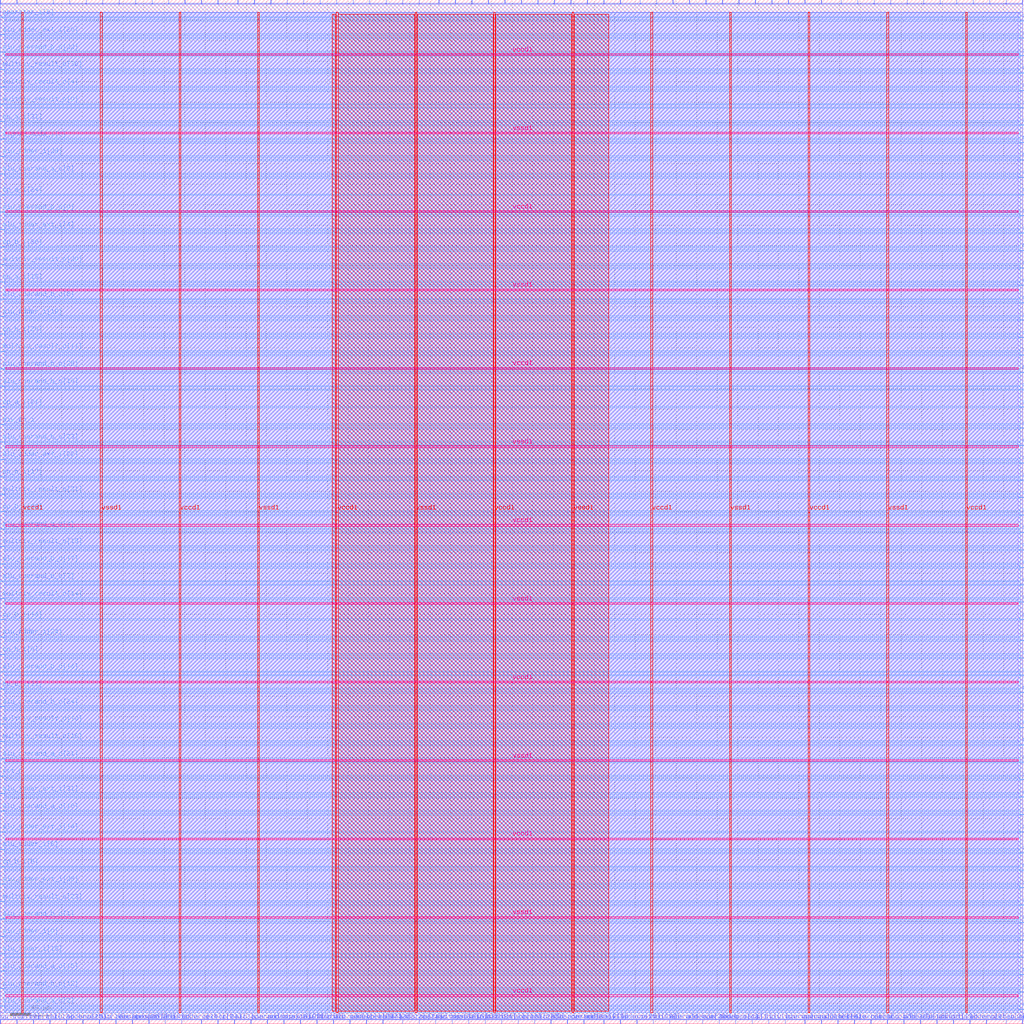
<source format=lef>
VERSION 5.7 ;
  NOWIREEXTENSIONATPIN ON ;
  DIVIDERCHAR "/" ;
  BUSBITCHARS "[]" ;
MACRO zeroriscy_multdiv_fast
  CLASS BLOCK ;
  FOREIGN zeroriscy_multdiv_fast ;
  ORIGIN 0.000 0.000 ;
  SIZE 1000.000 BY 1000.000 ;
  PIN alu_adder_ext_i[0]
    DIRECTION INPUT ;
    USE SIGNAL ;
    PORT
      LAYER met2 ;
        RECT 801.870 0.000 802.150 4.000 ;
    END
  END alu_adder_ext_i[0]
  PIN alu_adder_ext_i[10]
    DIRECTION INPUT ;
    USE SIGNAL ;
    PORT
      LAYER met2 ;
        RECT 244.810 0.000 245.090 4.000 ;
    END
  END alu_adder_ext_i[10]
  PIN alu_adder_ext_i[11]
    DIRECTION INPUT ;
    USE SIGNAL ;
    PORT
      LAYER met3 ;
        RECT 996.000 911.240 1000.000 911.840 ;
    END
  END alu_adder_ext_i[11]
  PIN alu_adder_ext_i[12]
    DIRECTION INPUT ;
    USE SIGNAL ;
    PORT
      LAYER met3 ;
        RECT 996.000 357.040 1000.000 357.640 ;
    END
  END alu_adder_ext_i[12]
  PIN alu_adder_ext_i[13]
    DIRECTION INPUT ;
    USE SIGNAL ;
    PORT
      LAYER met2 ;
        RECT 325.310 0.000 325.590 4.000 ;
    END
  END alu_adder_ext_i[13]
  PIN alu_adder_ext_i[14]
    DIRECTION INPUT ;
    USE SIGNAL ;
    PORT
      LAYER met3 ;
        RECT 0.000 187.040 4.000 187.640 ;
    END
  END alu_adder_ext_i[14]
  PIN alu_adder_ext_i[15]
    DIRECTION INPUT ;
    USE SIGNAL ;
    PORT
      LAYER met2 ;
        RECT 673.070 996.000 673.350 1000.000 ;
    END
  END alu_adder_ext_i[15]
  PIN alu_adder_ext_i[16]
    DIRECTION INPUT ;
    USE SIGNAL ;
    PORT
      LAYER met2 ;
        RECT 344.630 996.000 344.910 1000.000 ;
    END
  END alu_adder_ext_i[16]
  PIN alu_adder_ext_i[17]
    DIRECTION INPUT ;
    USE SIGNAL ;
    PORT
      LAYER met2 ;
        RECT 853.390 996.000 853.670 1000.000 ;
    END
  END alu_adder_ext_i[17]
  PIN alu_adder_ext_i[18]
    DIRECTION INPUT ;
    USE SIGNAL ;
    PORT
      LAYER met2 ;
        RECT 0.090 996.000 0.370 1000.000 ;
    END
  END alu_adder_ext_i[18]
  PIN alu_adder_ext_i[19]
    DIRECTION INPUT ;
    USE SIGNAL ;
    PORT
      LAYER met2 ;
        RECT 48.390 0.000 48.670 4.000 ;
    END
  END alu_adder_ext_i[19]
  PIN alu_adder_ext_i[1]
    DIRECTION INPUT ;
    USE SIGNAL ;
    PORT
      LAYER met3 ;
        RECT 996.000 306.040 1000.000 306.640 ;
    END
  END alu_adder_ext_i[1]
  PIN alu_adder_ext_i[20]
    DIRECTION INPUT ;
    USE SIGNAL ;
    PORT
      LAYER met3 ;
        RECT 0.000 965.640 4.000 966.240 ;
    END
  END alu_adder_ext_i[20]
  PIN alu_adder_ext_i[21]
    DIRECTION INPUT ;
    USE SIGNAL ;
    PORT
      LAYER met2 ;
        RECT 212.610 996.000 212.890 1000.000 ;
    END
  END alu_adder_ext_i[21]
  PIN alu_adder_ext_i[22]
    DIRECTION INPUT ;
    USE SIGNAL ;
    PORT
      LAYER met3 ;
        RECT 0.000 550.840 4.000 551.440 ;
    END
  END alu_adder_ext_i[22]
  PIN alu_adder_ext_i[23]
    DIRECTION INPUT ;
    USE SIGNAL ;
    PORT
      LAYER met2 ;
        RECT 180.410 996.000 180.690 1000.000 ;
    END
  END alu_adder_ext_i[23]
  PIN alu_adder_ext_i[24]
    DIRECTION INPUT ;
    USE SIGNAL ;
    PORT
      LAYER met3 ;
        RECT 996.000 513.440 1000.000 514.040 ;
    END
  END alu_adder_ext_i[24]
  PIN alu_adder_ext_i[25]
    DIRECTION INPUT ;
    USE SIGNAL ;
    PORT
      LAYER met3 ;
        RECT 996.000 826.240 1000.000 826.840 ;
    END
  END alu_adder_ext_i[25]
  PIN alu_adder_ext_i[26]
    DIRECTION INPUT ;
    USE SIGNAL ;
    PORT
      LAYER met3 ;
        RECT 0.000 136.040 4.000 136.640 ;
    END
  END alu_adder_ext_i[26]
  PIN alu_adder_ext_i[27]
    DIRECTION INPUT ;
    USE SIGNAL ;
    PORT
      LAYER met2 ;
        RECT 296.330 996.000 296.610 1000.000 ;
    END
  END alu_adder_ext_i[27]
  PIN alu_adder_ext_i[28]
    DIRECTION INPUT ;
    USE SIGNAL ;
    PORT
      LAYER met2 ;
        RECT 392.930 996.000 393.210 1000.000 ;
    END
  END alu_adder_ext_i[28]
  PIN alu_adder_ext_i[29]
    DIRECTION INPUT ;
    USE SIGNAL ;
    PORT
      LAYER met2 ;
        RECT 821.190 996.000 821.470 1000.000 ;
    END
  END alu_adder_ext_i[29]
  PIN alu_adder_ext_i[2]
    DIRECTION INPUT ;
    USE SIGNAL ;
    PORT
      LAYER met2 ;
        RECT 492.750 996.000 493.030 1000.000 ;
    END
  END alu_adder_ext_i[2]
  PIN alu_adder_ext_i[30]
    DIRECTION INPUT ;
    USE SIGNAL ;
    PORT
      LAYER met2 ;
        RECT 521.730 0.000 522.010 4.000 ;
    END
  END alu_adder_ext_i[30]
  PIN alu_adder_ext_i[31]
    DIRECTION INPUT ;
    USE SIGNAL ;
    PORT
      LAYER met3 ;
        RECT 0.000 224.440 4.000 225.040 ;
    END
  END alu_adder_ext_i[31]
  PIN alu_adder_ext_i[32]
    DIRECTION INPUT ;
    USE SIGNAL ;
    PORT
      LAYER met2 ;
        RECT 589.350 0.000 589.630 4.000 ;
    END
  END alu_adder_ext_i[32]
  PIN alu_adder_ext_i[33]
    DIRECTION INPUT ;
    USE SIGNAL ;
    PORT
      LAYER met3 ;
        RECT 996.000 411.440 1000.000 412.040 ;
    END
  END alu_adder_ext_i[33]
  PIN alu_adder_ext_i[3]
    DIRECTION INPUT ;
    USE SIGNAL ;
    PORT
      LAYER met2 ;
        RECT 930.670 0.000 930.950 4.000 ;
    END
  END alu_adder_ext_i[3]
  PIN alu_adder_ext_i[4]
    DIRECTION INPUT ;
    USE SIGNAL ;
    PORT
      LAYER met3 ;
        RECT 0.000 775.240 4.000 775.840 ;
    END
  END alu_adder_ext_i[4]
  PIN alu_adder_ext_i[5]
    DIRECTION INPUT ;
    USE SIGNAL ;
    PORT
      LAYER met3 ;
        RECT 996.000 894.240 1000.000 894.840 ;
    END
  END alu_adder_ext_i[5]
  PIN alu_adder_ext_i[6]
    DIRECTION INPUT ;
    USE SIGNAL ;
    PORT
      LAYER met3 ;
        RECT 996.000 132.640 1000.000 133.240 ;
    END
  END alu_adder_ext_i[6]
  PIN alu_adder_ext_i[7]
    DIRECTION INPUT ;
    USE SIGNAL ;
    PORT
      LAYER met2 ;
        RECT 753.570 996.000 753.850 1000.000 ;
    END
  END alu_adder_ext_i[7]
  PIN alu_adder_ext_i[8]
    DIRECTION INPUT ;
    USE SIGNAL ;
    PORT
      LAYER met3 ;
        RECT 996.000 462.440 1000.000 463.040 ;
    END
  END alu_adder_ext_i[8]
  PIN alu_adder_ext_i[9]
    DIRECTION INPUT ;
    USE SIGNAL ;
    PORT
      LAYER met2 ;
        RECT 161.090 0.000 161.370 4.000 ;
    END
  END alu_adder_ext_i[9]
  PIN alu_adder_i[0]
    DIRECTION INPUT ;
    USE SIGNAL ;
    PORT
      LAYER met3 ;
        RECT 0.000 85.040 4.000 85.640 ;
    END
  END alu_adder_i[0]
  PIN alu_adder_i[10]
    DIRECTION INPUT ;
    USE SIGNAL ;
    PORT
      LAYER met2 ;
        RECT 164.310 996.000 164.590 1000.000 ;
    END
  END alu_adder_i[10]
  PIN alu_adder_i[11]
    DIRECTION INPUT ;
    USE SIGNAL ;
    PORT
      LAYER met2 ;
        RECT 605.450 996.000 605.730 1000.000 ;
    END
  END alu_adder_i[11]
  PIN alu_adder_i[12]
    DIRECTION INPUT ;
    USE SIGNAL ;
    PORT
      LAYER met2 ;
        RECT 866.270 0.000 866.550 4.000 ;
    END
  END alu_adder_i[12]
  PIN alu_adder_i[13]
    DIRECTION INPUT ;
    USE SIGNAL ;
    PORT
      LAYER met3 ;
        RECT 996.000 686.840 1000.000 687.440 ;
    END
  END alu_adder_i[13]
  PIN alu_adder_i[14]
    DIRECTION INPUT ;
    USE SIGNAL ;
    PORT
      LAYER met2 ;
        RECT 685.950 0.000 686.230 4.000 ;
    END
  END alu_adder_i[14]
  PIN alu_adder_i[15]
    DIRECTION INPUT ;
    USE SIGNAL ;
    PORT
      LAYER met3 ;
        RECT 0.000 68.040 4.000 68.640 ;
    END
  END alu_adder_i[15]
  PIN alu_adder_i[16]
    DIRECTION INPUT ;
    USE SIGNAL ;
    PORT
      LAYER met2 ;
        RECT 882.370 0.000 882.650 4.000 ;
    END
  END alu_adder_i[16]
  PIN alu_adder_i[17]
    DIRECTION INPUT ;
    USE SIGNAL ;
    PORT
      LAYER met2 ;
        RECT 917.790 996.000 918.070 1000.000 ;
    END
  END alu_adder_i[17]
  PIN alu_adder_i[18]
    DIRECTION INPUT ;
    USE SIGNAL ;
    PORT
      LAYER met3 ;
        RECT 996.000 496.440 1000.000 497.040 ;
    END
  END alu_adder_i[18]
  PIN alu_adder_i[19]
    DIRECTION INPUT ;
    USE SIGNAL ;
    PORT
      LAYER met3 ;
        RECT 0.000 690.240 4.000 690.840 ;
    END
  END alu_adder_i[19]
  PIN alu_adder_i[1]
    DIRECTION INPUT ;
    USE SIGNAL ;
    PORT
      LAYER met3 ;
        RECT 996.000 204.040 1000.000 204.640 ;
    END
  END alu_adder_i[1]
  PIN alu_adder_i[20]
    DIRECTION INPUT ;
    USE SIGNAL ;
    PORT
      LAYER met3 ;
        RECT 996.000 530.440 1000.000 531.040 ;
    END
  END alu_adder_i[20]
  PIN alu_adder_i[21]
    DIRECTION INPUT ;
    USE SIGNAL ;
    PORT
      LAYER met2 ;
        RECT 373.610 0.000 373.890 4.000 ;
    END
  END alu_adder_i[21]
  PIN alu_adder_i[22]
    DIRECTION INPUT ;
    USE SIGNAL ;
    PORT
      LAYER met2 ;
        RECT 248.030 996.000 248.310 1000.000 ;
    END
  END alu_adder_i[22]
  PIN alu_adder_i[23]
    DIRECTION INPUT ;
    USE SIGNAL ;
    PORT
      LAYER met2 ;
        RECT 656.970 996.000 657.250 1000.000 ;
    END
  END alu_adder_i[23]
  PIN alu_adder_i[24]
    DIRECTION INPUT ;
    USE SIGNAL ;
    PORT
      LAYER met3 ;
        RECT 0.000 377.440 4.000 378.040 ;
    END
  END alu_adder_i[24]
  PIN alu_adder_i[25]
    DIRECTION INPUT ;
    USE SIGNAL ;
    PORT
      LAYER met3 ;
        RECT 996.000 340.040 1000.000 340.640 ;
    END
  END alu_adder_i[25]
  PIN alu_adder_i[26]
    DIRECTION INPUT ;
    USE SIGNAL ;
    PORT
      LAYER met2 ;
        RECT 67.710 996.000 67.990 1000.000 ;
    END
  END alu_adder_i[26]
  PIN alu_adder_i[27]
    DIRECTION INPUT ;
    USE SIGNAL ;
    PORT
      LAYER met3 ;
        RECT 996.000 652.840 1000.000 653.440 ;
    END
  END alu_adder_i[27]
  PIN alu_adder_i[28]
    DIRECTION INPUT ;
    USE SIGNAL ;
    PORT
      LAYER met3 ;
        RECT 0.000 846.640 4.000 847.240 ;
    END
  END alu_adder_i[28]
  PIN alu_adder_i[29]
    DIRECTION INPUT ;
    USE SIGNAL ;
    PORT
      LAYER met2 ;
        RECT 557.150 996.000 557.430 1000.000 ;
    END
  END alu_adder_i[29]
  PIN alu_adder_i[2]
    DIRECTION INPUT ;
    USE SIGNAL ;
    PORT
      LAYER met2 ;
        RECT 589.350 996.000 589.630 1000.000 ;
    END
  END alu_adder_i[2]
  PIN alu_adder_i[30]
    DIRECTION INPUT ;
    USE SIGNAL ;
    PORT
      LAYER met2 ;
        RECT 99.910 996.000 100.190 1000.000 ;
    END
  END alu_adder_i[30]
  PIN alu_adder_i[31]
    DIRECTION INPUT ;
    USE SIGNAL ;
    PORT
      LAYER met2 ;
        RECT 428.350 996.000 428.630 1000.000 ;
    END
  END alu_adder_i[31]
  PIN alu_adder_i[3]
    DIRECTION INPUT ;
    USE SIGNAL ;
    PORT
      LAYER met2 ;
        RECT 457.330 0.000 457.610 4.000 ;
    END
  END alu_adder_i[3]
  PIN alu_adder_i[4]
    DIRECTION INPUT ;
    USE SIGNAL ;
    PORT
      LAYER met2 ;
        RECT 553.930 0.000 554.210 4.000 ;
    END
  END alu_adder_i[4]
  PIN alu_adder_i[5]
    DIRECTION INPUT ;
    USE SIGNAL ;
    PORT
      LAYER met2 ;
        RECT 898.470 0.000 898.750 4.000 ;
    END
  END alu_adder_i[5]
  PIN alu_adder_i[6]
    DIRECTION INPUT ;
    USE SIGNAL ;
    PORT
      LAYER met3 ;
        RECT 0.000 170.040 4.000 170.640 ;
    END
  END alu_adder_i[6]
  PIN alu_adder_i[7]
    DIRECTION INPUT ;
    USE SIGNAL ;
    PORT
      LAYER met2 ;
        RECT 653.750 0.000 654.030 4.000 ;
    END
  END alu_adder_i[7]
  PIN alu_adder_i[8]
    DIRECTION INPUT ;
    USE SIGNAL ;
    PORT
      LAYER met3 ;
        RECT 996.000 601.840 1000.000 602.440 ;
    END
  END alu_adder_i[8]
  PIN alu_adder_i[9]
    DIRECTION INPUT ;
    USE SIGNAL ;
    PORT
      LAYER met2 ;
        RECT 785.770 0.000 786.050 4.000 ;
    END
  END alu_adder_i[9]
  PIN alu_operand_a_o[0]
    DIRECTION OUTPUT TRISTATE ;
    USE SIGNAL ;
    PORT
      LAYER met3 ;
        RECT 0.000 829.640 4.000 830.240 ;
    END
  END alu_operand_a_o[0]
  PIN alu_operand_a_o[10]
    DIRECTION OUTPUT TRISTATE ;
    USE SIGNAL ;
    PORT
      LAYER met3 ;
        RECT 0.000 207.440 4.000 208.040 ;
    END
  END alu_operand_a_o[10]
  PIN alu_operand_a_o[11]
    DIRECTION OUTPUT TRISTATE ;
    USE SIGNAL ;
    PORT
      LAYER met2 ;
        RECT 750.350 0.000 750.630 4.000 ;
    END
  END alu_operand_a_o[11]
  PIN alu_operand_a_o[12]
    DIRECTION OUTPUT TRISTATE ;
    USE SIGNAL ;
    PORT
      LAYER met2 ;
        RECT 341.410 0.000 341.690 4.000 ;
    END
  END alu_operand_a_o[12]
  PIN alu_operand_a_o[13]
    DIRECTION OUTPUT TRISTATE ;
    USE SIGNAL ;
    PORT
      LAYER met2 ;
        RECT 460.550 996.000 460.830 1000.000 ;
    END
  END alu_operand_a_o[13]
  PIN alu_operand_a_o[14]
    DIRECTION OUTPUT TRISTATE ;
    USE SIGNAL ;
    PORT
      LAYER met2 ;
        RECT 476.650 996.000 476.930 1000.000 ;
    END
  END alu_operand_a_o[14]
  PIN alu_operand_a_o[15]
    DIRECTION OUTPUT TRISTATE ;
    USE SIGNAL ;
    PORT
      LAYER met3 ;
        RECT 0.000 51.040 4.000 51.640 ;
    END
  END alu_operand_a_o[15]
  PIN alu_operand_a_o[16]
    DIRECTION OUTPUT TRISTATE ;
    USE SIGNAL ;
    PORT
      LAYER met2 ;
        RECT 933.890 996.000 934.170 1000.000 ;
    END
  END alu_operand_a_o[16]
  PIN alu_operand_a_o[17]
    DIRECTION OUTPUT TRISTATE ;
    USE SIGNAL ;
    PORT
      LAYER met2 ;
        RECT 537.830 0.000 538.110 4.000 ;
    END
  END alu_operand_a_o[17]
  PIN alu_operand_a_o[18]
    DIRECTION OUTPUT TRISTATE ;
    USE SIGNAL ;
    PORT
      LAYER met2 ;
        RECT 766.450 0.000 766.730 4.000 ;
    END
  END alu_operand_a_o[18]
  PIN alu_operand_a_o[19]
    DIRECTION OUTPUT TRISTATE ;
    USE SIGNAL ;
    PORT
      LAYER met3 ;
        RECT 996.000 64.640 1000.000 65.240 ;
    END
  END alu_operand_a_o[19]
  PIN alu_operand_a_o[1]
    DIRECTION OUTPUT TRISTATE ;
    USE SIGNAL ;
    PORT
      LAYER met3 ;
        RECT 996.000 98.640 1000.000 99.240 ;
    END
  END alu_operand_a_o[1]
  PIN alu_operand_a_o[20]
    DIRECTION OUTPUT TRISTATE ;
    USE SIGNAL ;
    PORT
      LAYER met3 ;
        RECT 996.000 187.040 1000.000 187.640 ;
    END
  END alu_operand_a_o[20]
  PIN alu_operand_a_o[21]
    DIRECTION OUTPUT TRISTATE ;
    USE SIGNAL ;
    PORT
      LAYER met3 ;
        RECT 0.000 258.440 4.000 259.040 ;
    END
  END alu_operand_a_o[21]
  PIN alu_operand_a_o[22]
    DIRECTION OUTPUT TRISTATE ;
    USE SIGNAL ;
    PORT
      LAYER met2 ;
        RECT 785.770 996.000 786.050 1000.000 ;
    END
  END alu_operand_a_o[22]
  PIN alu_operand_a_o[23]
    DIRECTION OUTPUT TRISTATE ;
    USE SIGNAL ;
    PORT
      LAYER met3 ;
        RECT 996.000 771.840 1000.000 772.440 ;
    END
  END alu_operand_a_o[23]
  PIN alu_operand_a_o[24]
    DIRECTION OUTPUT TRISTATE ;
    USE SIGNAL ;
    PORT
      LAYER met3 ;
        RECT 996.000 255.040 1000.000 255.640 ;
    END
  END alu_operand_a_o[24]
  PIN alu_operand_a_o[25]
    DIRECTION OUTPUT TRISTATE ;
    USE SIGNAL ;
    PORT
      LAYER met2 ;
        RECT 96.690 0.000 96.970 4.000 ;
    END
  END alu_operand_a_o[25]
  PIN alu_operand_a_o[26]
    DIRECTION OUTPUT TRISTATE ;
    USE SIGNAL ;
    PORT
      LAYER met2 ;
        RECT 834.070 0.000 834.350 4.000 ;
    END
  END alu_operand_a_o[26]
  PIN alu_operand_a_o[27]
    DIRECTION OUTPUT TRISTATE ;
    USE SIGNAL ;
    PORT
      LAYER met2 ;
        RECT 360.730 996.000 361.010 1000.000 ;
    END
  END alu_operand_a_o[27]
  PIN alu_operand_a_o[28]
    DIRECTION OUTPUT TRISTATE ;
    USE SIGNAL ;
    PORT
      LAYER met3 ;
        RECT 996.000 115.640 1000.000 116.240 ;
    END
  END alu_operand_a_o[28]
  PIN alu_operand_a_o[29]
    DIRECTION OUTPUT TRISTATE ;
    USE SIGNAL ;
    PORT
      LAYER met2 ;
        RECT 949.990 996.000 950.270 1000.000 ;
    END
  END alu_operand_a_o[29]
  PIN alu_operand_a_o[2]
    DIRECTION OUTPUT TRISTATE ;
    USE SIGNAL ;
    PORT
      LAYER met3 ;
        RECT 0.000 17.040 4.000 17.640 ;
    END
  END alu_operand_a_o[2]
  PIN alu_operand_a_o[30]
    DIRECTION OUTPUT TRISTATE ;
    USE SIGNAL ;
    PORT
      LAYER met3 ;
        RECT 996.000 30.640 1000.000 31.240 ;
    END
  END alu_operand_a_o[30]
  PIN alu_operand_a_o[31]
    DIRECTION OUTPUT TRISTATE ;
    USE SIGNAL ;
    PORT
      LAYER met2 ;
        RECT 293.110 0.000 293.390 4.000 ;
    END
  END alu_operand_a_o[31]
  PIN alu_operand_a_o[32]
    DIRECTION OUTPUT TRISTATE ;
    USE SIGNAL ;
    PORT
      LAYER met3 ;
        RECT 996.000 618.840 1000.000 619.440 ;
    END
  END alu_operand_a_o[32]
  PIN alu_operand_a_o[3]
    DIRECTION OUTPUT TRISTATE ;
    USE SIGNAL ;
    PORT
      LAYER met2 ;
        RECT 801.870 996.000 802.150 1000.000 ;
    END
  END alu_operand_a_o[3]
  PIN alu_operand_a_o[4]
    DIRECTION OUTPUT TRISTATE ;
    USE SIGNAL ;
    PORT
      LAYER met3 ;
        RECT 0.000 482.840 4.000 483.440 ;
    END
  END alu_operand_a_o[4]
  PIN alu_operand_a_o[5]
    DIRECTION OUTPUT TRISTATE ;
    USE SIGNAL ;
    PORT
      LAYER met2 ;
        RECT 524.950 996.000 525.230 1000.000 ;
    END
  END alu_operand_a_o[5]
  PIN alu_operand_a_o[6]
    DIRECTION OUTPUT TRISTATE ;
    USE SIGNAL ;
    PORT
      LAYER met2 ;
        RECT 376.830 996.000 377.110 1000.000 ;
    END
  END alu_operand_a_o[6]
  PIN alu_operand_a_o[7]
    DIRECTION OUTPUT TRISTATE ;
    USE SIGNAL ;
    PORT
      LAYER met2 ;
        RECT 508.850 996.000 509.130 1000.000 ;
    END
  END alu_operand_a_o[7]
  PIN alu_operand_a_o[8]
    DIRECTION OUTPUT TRISTATE ;
    USE SIGNAL ;
    PORT
      LAYER met3 ;
        RECT 996.000 238.040 1000.000 238.640 ;
    END
  END alu_operand_a_o[8]
  PIN alu_operand_a_o[9]
    DIRECTION OUTPUT TRISTATE ;
    USE SIGNAL ;
    PORT
      LAYER met2 ;
        RECT 885.590 996.000 885.870 1000.000 ;
    END
  END alu_operand_a_o[9]
  PIN alu_operand_b_o[0]
    DIRECTION OUTPUT TRISTATE ;
    USE SIGNAL ;
    PORT
      LAYER met3 ;
        RECT 0.000 792.240 4.000 792.840 ;
    END
  END alu_operand_b_o[0]
  PIN alu_operand_b_o[10]
    DIRECTION OUTPUT TRISTATE ;
    USE SIGNAL ;
    PORT
      LAYER met3 ;
        RECT 0.000 622.240 4.000 622.840 ;
    END
  END alu_operand_b_o[10]
  PIN alu_operand_b_o[11]
    DIRECTION OUTPUT TRISTATE ;
    USE SIGNAL ;
    PORT
      LAYER met2 ;
        RECT 112.790 0.000 113.070 4.000 ;
    END
  END alu_operand_b_o[11]
  PIN alu_operand_b_o[12]
    DIRECTION OUTPUT TRISTATE ;
    USE SIGNAL ;
    PORT
      LAYER met3 ;
        RECT 0.000 34.040 4.000 34.640 ;
    END
  END alu_operand_b_o[12]
  PIN alu_operand_b_o[13]
    DIRECTION OUTPUT TRISTATE ;
    USE SIGNAL ;
    PORT
      LAYER met3 ;
        RECT 996.000 374.040 1000.000 374.640 ;
    END
  END alu_operand_b_o[13]
  PIN alu_operand_b_o[14]
    DIRECTION OUTPUT TRISTATE ;
    USE SIGNAL ;
    PORT
      LAYER met2 ;
        RECT 721.370 996.000 721.650 1000.000 ;
    END
  END alu_operand_b_o[14]
  PIN alu_operand_b_o[15]
    DIRECTION OUTPUT TRISTATE ;
    USE SIGNAL ;
    PORT
      LAYER met2 ;
        RECT 228.710 0.000 228.990 4.000 ;
    END
  END alu_operand_b_o[15]
  PIN alu_operand_b_o[16]
    DIRECTION OUTPUT TRISTATE ;
    USE SIGNAL ;
    PORT
      LAYER met3 ;
        RECT 0.000 343.440 4.000 344.040 ;
    END
  END alu_operand_b_o[16]
  PIN alu_operand_b_o[17]
    DIRECTION OUTPUT TRISTATE ;
    USE SIGNAL ;
    PORT
      LAYER met3 ;
        RECT 0.000 448.840 4.000 449.440 ;
    END
  END alu_operand_b_o[17]
  PIN alu_operand_b_o[18]
    DIRECTION OUTPUT TRISTATE ;
    USE SIGNAL ;
    PORT
      LAYER met3 ;
        RECT 996.000 877.240 1000.000 877.840 ;
    END
  END alu_operand_b_o[18]
  PIN alu_operand_b_o[19]
    DIRECTION OUTPUT TRISTATE ;
    USE SIGNAL ;
    PORT
      LAYER met2 ;
        RECT 83.810 996.000 84.090 1000.000 ;
    END
  END alu_operand_b_o[19]
  PIN alu_operand_b_o[1]
    DIRECTION OUTPUT TRISTATE ;
    USE SIGNAL ;
    PORT
      LAYER met3 ;
        RECT 0.000 102.040 4.000 102.640 ;
    END
  END alu_operand_b_o[1]
  PIN alu_operand_b_o[20]
    DIRECTION OUTPUT TRISTATE ;
    USE SIGNAL ;
    PORT
      LAYER met2 ;
        RECT 998.290 996.000 998.570 1000.000 ;
    END
  END alu_operand_b_o[20]
  PIN alu_operand_b_o[21]
    DIRECTION OUTPUT TRISTATE ;
    USE SIGNAL ;
    PORT
      LAYER met3 ;
        RECT 996.000 81.640 1000.000 82.240 ;
    END
  END alu_operand_b_o[21]
  PIN alu_operand_b_o[22]
    DIRECTION OUTPUT TRISTATE ;
    USE SIGNAL ;
    PORT
      LAYER met3 ;
        RECT 0.000 948.640 4.000 949.240 ;
    END
  END alu_operand_b_o[22]
  PIN alu_operand_b_o[23]
    DIRECTION OUTPUT TRISTATE ;
    USE SIGNAL ;
    PORT
      LAYER met3 ;
        RECT 0.000 567.840 4.000 568.440 ;
    END
  END alu_operand_b_o[23]
  PIN alu_operand_b_o[24]
    DIRECTION OUTPUT TRISTATE ;
    USE SIGNAL ;
    PORT
      LAYER met3 ;
        RECT 0.000 309.440 4.000 310.040 ;
    END
  END alu_operand_b_o[24]
  PIN alu_operand_b_o[25]
    DIRECTION OUTPUT TRISTATE ;
    USE SIGNAL ;
    PORT
      LAYER met3 ;
        RECT 0.000 639.240 4.000 639.840 ;
    END
  END alu_operand_b_o[25]
  PIN alu_operand_b_o[26]
    DIRECTION OUTPUT TRISTATE ;
    USE SIGNAL ;
    PORT
      LAYER met2 ;
        RECT 573.250 996.000 573.530 1000.000 ;
    END
  END alu_operand_b_o[26]
  PIN alu_operand_b_o[27]
    DIRECTION OUTPUT TRISTATE ;
    USE SIGNAL ;
    PORT
      LAYER met3 ;
        RECT 996.000 669.840 1000.000 670.440 ;
    END
  END alu_operand_b_o[27]
  PIN alu_operand_b_o[28]
    DIRECTION OUTPUT TRISTATE ;
    USE SIGNAL ;
    PORT
      LAYER met2 ;
        RECT 637.650 0.000 637.930 4.000 ;
    END
  END alu_operand_b_o[28]
  PIN alu_operand_b_o[29]
    DIRECTION OUTPUT TRISTATE ;
    USE SIGNAL ;
    PORT
      LAYER met3 ;
        RECT 996.000 945.240 1000.000 945.840 ;
    END
  END alu_operand_b_o[29]
  PIN alu_operand_b_o[2]
    DIRECTION OUTPUT TRISTATE ;
    USE SIGNAL ;
    PORT
      LAYER met3 ;
        RECT 0.000 431.840 4.000 432.440 ;
    END
  END alu_operand_b_o[2]
  PIN alu_operand_b_o[30]
    DIRECTION OUTPUT TRISTATE ;
    USE SIGNAL ;
    PORT
      LAYER met2 ;
        RECT 231.930 996.000 232.210 1000.000 ;
    END
  END alu_operand_b_o[30]
  PIN alu_operand_b_o[31]
    DIRECTION OUTPUT TRISTATE ;
    USE SIGNAL ;
    PORT
      LAYER met2 ;
        RECT 392.930 0.000 393.210 4.000 ;
    END
  END alu_operand_b_o[31]
  PIN alu_operand_b_o[32]
    DIRECTION OUTPUT TRISTATE ;
    USE SIGNAL ;
    PORT
      LAYER met3 ;
        RECT 996.000 166.640 1000.000 167.240 ;
    END
  END alu_operand_b_o[32]
  PIN alu_operand_b_o[3]
    DIRECTION OUTPUT TRISTATE ;
    USE SIGNAL ;
    PORT
      LAYER met2 ;
        RECT 116.010 996.000 116.290 1000.000 ;
    END
  END alu_operand_b_o[3]
  PIN alu_operand_b_o[4]
    DIRECTION OUTPUT TRISTATE ;
    USE SIGNAL ;
    PORT
      LAYER met2 ;
        RECT 669.850 0.000 670.130 4.000 ;
    END
  END alu_operand_b_o[4]
  PIN alu_operand_b_o[5]
    DIRECTION OUTPUT TRISTATE ;
    USE SIGNAL ;
    PORT
      LAYER met3 ;
        RECT 996.000 962.240 1000.000 962.840 ;
    END
  END alu_operand_b_o[5]
  PIN alu_operand_b_o[6]
    DIRECTION OUTPUT TRISTATE ;
    USE SIGNAL ;
    PORT
      LAYER met3 ;
        RECT 996.000 547.440 1000.000 548.040 ;
    END
  END alu_operand_b_o[6]
  PIN alu_operand_b_o[7]
    DIRECTION OUTPUT TRISTATE ;
    USE SIGNAL ;
    PORT
      LAYER met2 ;
        RECT 640.870 996.000 641.150 1000.000 ;
    END
  END alu_operand_b_o[7]
  PIN alu_operand_b_o[8]
    DIRECTION OUTPUT TRISTATE ;
    USE SIGNAL ;
    PORT
      LAYER met3 ;
        RECT 0.000 707.240 4.000 707.840 ;
    END
  END alu_operand_b_o[8]
  PIN alu_operand_b_o[9]
    DIRECTION OUTPUT TRISTATE ;
    USE SIGNAL ;
    PORT
      LAYER met3 ;
        RECT 996.000 979.240 1000.000 979.840 ;
    END
  END alu_operand_b_o[9]
  PIN clk
    DIRECTION INPUT ;
    USE SIGNAL ;
    PORT
      LAYER met2 ;
        RECT 850.170 0.000 850.450 4.000 ;
    END
  END clk
  PIN div_en_i
    DIRECTION INPUT ;
    USE SIGNAL ;
    PORT
      LAYER met3 ;
        RECT 0.000 584.840 4.000 585.440 ;
    END
  END div_en_i
  PIN equal_to_zero
    DIRECTION INPUT ;
    USE SIGNAL ;
    PORT
      LAYER met2 ;
        RECT 982.190 0.000 982.470 4.000 ;
    END
  END equal_to_zero
  PIN mult_en_i
    DIRECTION INPUT ;
    USE SIGNAL ;
    PORT
      LAYER met3 ;
        RECT 996.000 754.840 1000.000 755.440 ;
    END
  END mult_en_i
  PIN multdiv_result_o[0]
    DIRECTION OUTPUT TRISTATE ;
    USE SIGNAL ;
    PORT
      LAYER met3 ;
        RECT 0.000 897.640 4.000 898.240 ;
    END
  END multdiv_result_o[0]
  PIN multdiv_result_o[10]
    DIRECTION OUTPUT TRISTATE ;
    USE SIGNAL ;
    PORT
      LAYER met3 ;
        RECT 0.000 292.440 4.000 293.040 ;
    END
  END multdiv_result_o[10]
  PIN multdiv_result_o[11]
    DIRECTION OUTPUT TRISTATE ;
    USE SIGNAL ;
    PORT
      LAYER met3 ;
        RECT 0.000 656.240 4.000 656.840 ;
    END
  END multdiv_result_o[11]
  PIN multdiv_result_o[12]
    DIRECTION OUTPUT TRISTATE ;
    USE SIGNAL ;
    PORT
      LAYER met2 ;
        RECT 409.030 0.000 409.310 4.000 ;
    END
  END multdiv_result_o[12]
  PIN multdiv_result_o[13]
    DIRECTION OUTPUT TRISTATE ;
    USE SIGNAL ;
    PORT
      LAYER met3 ;
        RECT 996.000 323.040 1000.000 323.640 ;
    END
  END multdiv_result_o[13]
  PIN multdiv_result_o[14]
    DIRECTION OUTPUT TRISTATE ;
    USE SIGNAL ;
    PORT
      LAYER met3 ;
        RECT 0.000 414.840 4.000 415.440 ;
    END
  END multdiv_result_o[14]
  PIN multdiv_result_o[15]
    DIRECTION OUTPUT TRISTATE ;
    USE SIGNAL ;
    PORT
      LAYER met2 ;
        RECT 473.430 0.000 473.710 4.000 ;
    END
  END multdiv_result_o[15]
  PIN multdiv_result_o[16]
    DIRECTION OUTPUT TRISTATE ;
    USE SIGNAL ;
    PORT
      LAYER met3 ;
        RECT 0.000 275.440 4.000 276.040 ;
    END
  END multdiv_result_o[16]
  PIN multdiv_result_o[17]
    DIRECTION OUTPUT TRISTATE ;
    USE SIGNAL ;
    PORT
      LAYER met2 ;
        RECT 998.290 0.000 998.570 4.000 ;
    END
  END multdiv_result_o[17]
  PIN multdiv_result_o[18]
    DIRECTION OUTPUT TRISTATE ;
    USE SIGNAL ;
    PORT
      LAYER met3 ;
        RECT 0.000 465.840 4.000 466.440 ;
    END
  END multdiv_result_o[18]
  PIN multdiv_result_o[19]
    DIRECTION OUTPUT TRISTATE ;
    USE SIGNAL ;
    PORT
      LAYER met3 ;
        RECT 996.000 860.240 1000.000 860.840 ;
    END
  END multdiv_result_o[19]
  PIN multdiv_result_o[1]
    DIRECTION OUTPUT TRISTATE ;
    USE SIGNAL ;
    PORT
      LAYER met3 ;
        RECT 996.000 635.840 1000.000 636.440 ;
    END
  END multdiv_result_o[1]
  PIN multdiv_result_o[20]
    DIRECTION OUTPUT TRISTATE ;
    USE SIGNAL ;
    PORT
      LAYER met3 ;
        RECT 0.000 741.240 4.000 741.840 ;
    END
  END multdiv_result_o[20]
  PIN multdiv_result_o[21]
    DIRECTION OUTPUT TRISTATE ;
    USE SIGNAL ;
    PORT
      LAYER met2 ;
        RECT 328.530 996.000 328.810 1000.000 ;
    END
  END multdiv_result_o[21]
  PIN multdiv_result_o[22]
    DIRECTION OUTPUT TRISTATE ;
    USE SIGNAL ;
    PORT
      LAYER met2 ;
        RECT 962.870 0.000 963.150 4.000 ;
    END
  END multdiv_result_o[22]
  PIN multdiv_result_o[23]
    DIRECTION OUTPUT TRISTATE ;
    USE SIGNAL ;
    PORT
      LAYER met3 ;
        RECT 0.000 119.040 4.000 119.640 ;
    END
  END multdiv_result_o[23]
  PIN multdiv_result_o[24]
    DIRECTION OUTPUT TRISTATE ;
    USE SIGNAL ;
    PORT
      LAYER met2 ;
        RECT 425.130 0.000 425.410 4.000 ;
    END
  END multdiv_result_o[24]
  PIN multdiv_result_o[25]
    DIRECTION OUTPUT TRISTATE ;
    USE SIGNAL ;
    PORT
      LAYER met2 ;
        RECT 80.590 0.000 80.870 4.000 ;
    END
  END multdiv_result_o[25]
  PIN multdiv_result_o[26]
    DIRECTION OUTPUT TRISTATE ;
    USE SIGNAL ;
    PORT
      LAYER met2 ;
        RECT 837.290 996.000 837.570 1000.000 ;
    END
  END multdiv_result_o[26]
  PIN multdiv_result_o[27]
    DIRECTION OUTPUT TRISTATE ;
    USE SIGNAL ;
    PORT
      LAYER met3 ;
        RECT 996.000 272.040 1000.000 272.640 ;
    END
  END multdiv_result_o[27]
  PIN multdiv_result_o[28]
    DIRECTION OUTPUT TRISTATE ;
    USE SIGNAL ;
    PORT
      LAYER met2 ;
        RECT 196.510 996.000 196.790 1000.000 ;
    END
  END multdiv_result_o[28]
  PIN multdiv_result_o[29]
    DIRECTION OUTPUT TRISTATE ;
    USE SIGNAL ;
    PORT
      LAYER met2 ;
        RECT 309.210 0.000 309.490 4.000 ;
    END
  END multdiv_result_o[29]
  PIN multdiv_result_o[2]
    DIRECTION OUTPUT TRISTATE ;
    USE SIGNAL ;
    PORT
      LAYER met2 ;
        RECT 51.610 996.000 51.890 1000.000 ;
    END
  END multdiv_result_o[2]
  PIN multdiv_result_o[30]
    DIRECTION OUTPUT TRISTATE ;
    USE SIGNAL ;
    PORT
      LAYER met3 ;
        RECT 0.000 931.640 4.000 932.240 ;
    END
  END multdiv_result_o[30]
  PIN multdiv_result_o[31]
    DIRECTION OUTPUT TRISTATE ;
    USE SIGNAL ;
    PORT
      LAYER met3 ;
        RECT 0.000 516.840 4.000 517.440 ;
    END
  END multdiv_result_o[31]
  PIN multdiv_result_o[3]
    DIRECTION OUTPUT TRISTATE ;
    USE SIGNAL ;
    PORT
      LAYER met3 ;
        RECT 996.000 843.240 1000.000 843.840 ;
    END
  END multdiv_result_o[3]
  PIN multdiv_result_o[4]
    DIRECTION OUTPUT TRISTATE ;
    USE SIGNAL ;
    PORT
      LAYER met3 ;
        RECT 0.000 914.640 4.000 915.240 ;
    END
  END multdiv_result_o[4]
  PIN multdiv_result_o[5]
    DIRECTION OUTPUT TRISTATE ;
    USE SIGNAL ;
    PORT
      LAYER met2 ;
        RECT 260.910 0.000 261.190 4.000 ;
    END
  END multdiv_result_o[5]
  PIN multdiv_result_o[6]
    DIRECTION OUTPUT TRISTATE ;
    USE SIGNAL ;
    PORT
      LAYER met2 ;
        RECT 132.110 996.000 132.390 1000.000 ;
    END
  END multdiv_result_o[6]
  PIN multdiv_result_o[7]
    DIRECTION OUTPUT TRISTATE ;
    USE SIGNAL ;
    PORT
      LAYER met2 ;
        RECT 817.970 0.000 818.250 4.000 ;
    END
  END multdiv_result_o[7]
  PIN multdiv_result_o[8]
    DIRECTION OUTPUT TRISTATE ;
    USE SIGNAL ;
    PORT
      LAYER met3 ;
        RECT 996.000 47.640 1000.000 48.240 ;
    END
  END multdiv_result_o[8]
  PIN multdiv_result_o[9]
    DIRECTION OUTPUT TRISTATE ;
    USE SIGNAL ;
    PORT
      LAYER met2 ;
        RECT 737.470 996.000 737.750 1000.000 ;
    END
  END multdiv_result_o[9]
  PIN op_a_i[0]
    DIRECTION INPUT ;
    USE SIGNAL ;
    PORT
      LAYER met3 ;
        RECT 996.000 581.440 1000.000 582.040 ;
    END
  END op_a_i[0]
  PIN op_a_i[10]
    DIRECTION INPUT ;
    USE SIGNAL ;
    PORT
      LAYER met2 ;
        RECT 264.130 996.000 264.410 1000.000 ;
    END
  END op_a_i[10]
  PIN op_a_i[11]
    DIRECTION INPUT ;
    USE SIGNAL ;
    PORT
      LAYER met2 ;
        RECT 312.430 996.000 312.710 1000.000 ;
    END
  END op_a_i[11]
  PIN op_a_i[12]
    DIRECTION INPUT ;
    USE SIGNAL ;
    PORT
      LAYER met2 ;
        RECT 280.230 996.000 280.510 1000.000 ;
    END
  END op_a_i[12]
  PIN op_a_i[13]
    DIRECTION INPUT ;
    USE SIGNAL ;
    PORT
      LAYER met2 ;
        RECT 32.290 0.000 32.570 4.000 ;
    END
  END op_a_i[13]
  PIN op_a_i[14]
    DIRECTION INPUT ;
    USE SIGNAL ;
    PORT
      LAYER met2 ;
        RECT 177.190 0.000 177.470 4.000 ;
    END
  END op_a_i[14]
  PIN op_a_i[15]
    DIRECTION INPUT ;
    USE SIGNAL ;
    PORT
      LAYER met3 ;
        RECT 0.000 724.240 4.000 724.840 ;
    END
  END op_a_i[15]
  PIN op_a_i[16]
    DIRECTION INPUT ;
    USE SIGNAL ;
    PORT
      LAYER met2 ;
        RECT 489.530 0.000 489.810 4.000 ;
    END
  END op_a_i[16]
  PIN op_a_i[17]
    DIRECTION INPUT ;
    USE SIGNAL ;
    PORT
      LAYER met2 ;
        RECT 982.190 996.000 982.470 1000.000 ;
    END
  END op_a_i[17]
  PIN op_a_i[18]
    DIRECTION INPUT ;
    USE SIGNAL ;
    PORT
      LAYER met3 ;
        RECT 996.000 809.240 1000.000 809.840 ;
    END
  END op_a_i[18]
  PIN op_a_i[19]
    DIRECTION INPUT ;
    USE SIGNAL ;
    PORT
      LAYER met2 ;
        RECT 444.450 996.000 444.730 1000.000 ;
    END
  END op_a_i[19]
  PIN op_a_i[1]
    DIRECTION INPUT ;
    USE SIGNAL ;
    PORT
      LAYER met2 ;
        RECT 128.890 0.000 129.170 4.000 ;
    END
  END op_a_i[1]
  PIN op_a_i[20]
    DIRECTION INPUT ;
    USE SIGNAL ;
    PORT
      LAYER met3 ;
        RECT 996.000 394.440 1000.000 395.040 ;
    END
  END op_a_i[20]
  PIN op_a_i[21]
    DIRECTION INPUT ;
    USE SIGNAL ;
    PORT
      LAYER met3 ;
        RECT 0.000 601.840 4.000 602.440 ;
    END
  END op_a_i[21]
  PIN op_a_i[22]
    DIRECTION INPUT ;
    USE SIGNAL ;
    PORT
      LAYER met2 ;
        RECT 16.190 996.000 16.470 1000.000 ;
    END
  END op_a_i[22]
  PIN op_a_i[23]
    DIRECTION INPUT ;
    USE SIGNAL ;
    PORT
      LAYER met3 ;
        RECT 996.000 564.440 1000.000 565.040 ;
    END
  END op_a_i[23]
  PIN op_a_i[24]
    DIRECTION INPUT ;
    USE SIGNAL ;
    PORT
      LAYER met3 ;
        RECT 0.000 809.240 4.000 809.840 ;
    END
  END op_a_i[24]
  PIN op_a_i[25]
    DIRECTION INPUT ;
    USE SIGNAL ;
    PORT
      LAYER met2 ;
        RECT 605.450 0.000 605.730 4.000 ;
    END
  END op_a_i[25]
  PIN op_a_i[26]
    DIRECTION INPUT ;
    USE SIGNAL ;
    PORT
      LAYER met3 ;
        RECT 996.000 928.240 1000.000 928.840 ;
    END
  END op_a_i[26]
  PIN op_a_i[27]
    DIRECTION INPUT ;
    USE SIGNAL ;
    PORT
      LAYER met2 ;
        RECT 541.050 996.000 541.330 1000.000 ;
    END
  END op_a_i[27]
  PIN op_a_i[28]
    DIRECTION INPUT ;
    USE SIGNAL ;
    PORT
      LAYER met2 ;
        RECT 277.010 0.000 277.290 4.000 ;
    END
  END op_a_i[28]
  PIN op_a_i[29]
    DIRECTION INPUT ;
    USE SIGNAL ;
    PORT
      LAYER met3 ;
        RECT 996.000 428.440 1000.000 429.040 ;
    END
  END op_a_i[29]
  PIN op_a_i[2]
    DIRECTION INPUT ;
    USE SIGNAL ;
    PORT
      LAYER met2 ;
        RECT 718.150 0.000 718.430 4.000 ;
    END
  END op_a_i[2]
  PIN op_a_i[30]
    DIRECTION INPUT ;
    USE SIGNAL ;
    PORT
      LAYER met3 ;
        RECT 996.000 149.640 1000.000 150.240 ;
    END
  END op_a_i[30]
  PIN op_a_i[31]
    DIRECTION INPUT ;
    USE SIGNAL ;
    PORT
      LAYER met3 ;
        RECT 0.000 880.640 4.000 881.240 ;
    END
  END op_a_i[31]
  PIN op_a_i[3]
    DIRECTION INPUT ;
    USE SIGNAL ;
    PORT
      LAYER met2 ;
        RECT 914.570 0.000 914.850 4.000 ;
    END
  END op_a_i[3]
  PIN op_a_i[4]
    DIRECTION INPUT ;
    USE SIGNAL ;
    PORT
      LAYER met2 ;
        RECT 144.990 0.000 145.270 4.000 ;
    END
  END op_a_i[4]
  PIN op_a_i[5]
    DIRECTION INPUT ;
    USE SIGNAL ;
    PORT
      LAYER met2 ;
        RECT 441.230 0.000 441.510 4.000 ;
    END
  END op_a_i[5]
  PIN op_a_i[6]
    DIRECTION INPUT ;
    USE SIGNAL ;
    PORT
      LAYER met3 ;
        RECT 996.000 289.040 1000.000 289.640 ;
    END
  END op_a_i[6]
  PIN op_a_i[7]
    DIRECTION INPUT ;
    USE SIGNAL ;
    PORT
      LAYER met2 ;
        RECT 966.090 996.000 966.370 1000.000 ;
    END
  END op_a_i[7]
  PIN op_a_i[8]
    DIRECTION INPUT ;
    USE SIGNAL ;
    PORT
      LAYER met3 ;
        RECT 996.000 737.840 1000.000 738.440 ;
    END
  END op_a_i[8]
  PIN op_a_i[9]
    DIRECTION INPUT ;
    USE SIGNAL ;
    PORT
      LAYER met2 ;
        RECT 946.770 0.000 947.050 4.000 ;
    END
  END op_a_i[9]
  PIN op_b_i[0]
    DIRECTION INPUT ;
    USE SIGNAL ;
    PORT
      LAYER met3 ;
        RECT 0.000 360.440 4.000 361.040 ;
    END
  END op_b_i[0]
  PIN op_b_i[10]
    DIRECTION INPUT ;
    USE SIGNAL ;
    PORT
      LAYER met3 ;
        RECT 996.000 445.440 1000.000 446.040 ;
    END
  END op_b_i[10]
  PIN op_b_i[11]
    DIRECTION INPUT ;
    USE SIGNAL ;
    PORT
      LAYER met2 ;
        RECT 16.190 0.000 16.470 4.000 ;
    END
  END op_b_i[11]
  PIN op_b_i[12]
    DIRECTION INPUT ;
    USE SIGNAL ;
    PORT
      LAYER met3 ;
        RECT 996.000 788.840 1000.000 789.440 ;
    END
  END op_b_i[12]
  PIN op_b_i[13]
    DIRECTION INPUT ;
    USE SIGNAL ;
    PORT
      LAYER met2 ;
        RECT 901.690 996.000 901.970 1000.000 ;
    END
  END op_b_i[13]
  PIN op_b_i[14]
    DIRECTION INPUT ;
    USE SIGNAL ;
    PORT
      LAYER met3 ;
        RECT 996.000 13.640 1000.000 14.240 ;
    END
  END op_b_i[14]
  PIN op_b_i[15]
    DIRECTION INPUT ;
    USE SIGNAL ;
    PORT
      LAYER met2 ;
        RECT 869.490 996.000 869.770 1000.000 ;
    END
  END op_b_i[15]
  PIN op_b_i[16]
    DIRECTION INPUT ;
    USE SIGNAL ;
    PORT
      LAYER met3 ;
        RECT 0.000 394.440 4.000 395.040 ;
    END
  END op_b_i[16]
  PIN op_b_i[17]
    DIRECTION INPUT ;
    USE SIGNAL ;
    PORT
      LAYER met3 ;
        RECT 0.000 533.840 4.000 534.440 ;
    END
  END op_b_i[17]
  PIN op_b_i[18]
    DIRECTION INPUT ;
    USE SIGNAL ;
    PORT
      LAYER met2 ;
        RECT 621.550 0.000 621.830 4.000 ;
    END
  END op_b_i[18]
  PIN op_b_i[19]
    DIRECTION INPUT ;
    USE SIGNAL ;
    PORT
      LAYER met2 ;
        RECT 0.090 0.000 0.370 4.000 ;
    END
  END op_b_i[19]
  PIN op_b_i[1]
    DIRECTION INPUT ;
    USE SIGNAL ;
    PORT
      LAYER met2 ;
        RECT 734.250 0.000 734.530 4.000 ;
    END
  END op_b_i[1]
  PIN op_b_i[20]
    DIRECTION INPUT ;
    USE SIGNAL ;
    PORT
      LAYER met3 ;
        RECT 0.000 673.240 4.000 673.840 ;
    END
  END op_b_i[20]
  PIN op_b_i[21]
    DIRECTION INPUT ;
    USE SIGNAL ;
    PORT
      LAYER met2 ;
        RECT 35.510 996.000 35.790 1000.000 ;
    END
  END op_b_i[21]
  PIN op_b_i[22]
    DIRECTION INPUT ;
    USE SIGNAL ;
    PORT
      LAYER met3 ;
        RECT 0.000 326.440 4.000 327.040 ;
    END
  END op_b_i[22]
  PIN op_b_i[23]
    DIRECTION INPUT ;
    USE SIGNAL ;
    PORT
      LAYER met3 ;
        RECT 0.000 499.840 4.000 500.440 ;
    END
  END op_b_i[23]
  PIN op_b_i[24]
    DIRECTION INPUT ;
    USE SIGNAL ;
    PORT
      LAYER met2 ;
        RECT 196.510 0.000 196.790 4.000 ;
    END
  END op_b_i[24]
  PIN op_b_i[25]
    DIRECTION INPUT ;
    USE SIGNAL ;
    PORT
      LAYER met2 ;
        RECT 64.490 0.000 64.770 4.000 ;
    END
  END op_b_i[25]
  PIN op_b_i[26]
    DIRECTION INPUT ;
    USE SIGNAL ;
    PORT
      LAYER met2 ;
        RECT 624.770 996.000 625.050 1000.000 ;
    END
  END op_b_i[26]
  PIN op_b_i[27]
    DIRECTION INPUT ;
    USE SIGNAL ;
    PORT
      LAYER met2 ;
        RECT 409.030 996.000 409.310 1000.000 ;
    END
  END op_b_i[27]
  PIN op_b_i[28]
    DIRECTION INPUT ;
    USE SIGNAL ;
    PORT
      LAYER met2 ;
        RECT 505.630 0.000 505.910 4.000 ;
    END
  END op_b_i[28]
  PIN op_b_i[29]
    DIRECTION INPUT ;
    USE SIGNAL ;
    PORT
      LAYER met2 ;
        RECT 769.670 996.000 769.950 1000.000 ;
    END
  END op_b_i[29]
  PIN op_b_i[2]
    DIRECTION INPUT ;
    USE SIGNAL ;
    PORT
      LAYER met3 ;
        RECT 996.000 221.040 1000.000 221.640 ;
    END
  END op_b_i[2]
  PIN op_b_i[30]
    DIRECTION INPUT ;
    USE SIGNAL ;
    PORT
      LAYER met3 ;
        RECT 0.000 758.240 4.000 758.840 ;
    END
  END op_b_i[30]
  PIN op_b_i[31]
    DIRECTION INPUT ;
    USE SIGNAL ;
    PORT
      LAYER met3 ;
        RECT 996.000 720.840 1000.000 721.440 ;
    END
  END op_b_i[31]
  PIN op_b_i[3]
    DIRECTION INPUT ;
    USE SIGNAL ;
    PORT
      LAYER met2 ;
        RECT 212.610 0.000 212.890 4.000 ;
    END
  END op_b_i[3]
  PIN op_b_i[4]
    DIRECTION INPUT ;
    USE SIGNAL ;
    PORT
      LAYER met2 ;
        RECT 357.510 0.000 357.790 4.000 ;
    END
  END op_b_i[4]
  PIN op_b_i[5]
    DIRECTION INPUT ;
    USE SIGNAL ;
    PORT
      LAYER met3 ;
        RECT 0.000 153.040 4.000 153.640 ;
    END
  END op_b_i[5]
  PIN op_b_i[6]
    DIRECTION INPUT ;
    USE SIGNAL ;
    PORT
      LAYER met3 ;
        RECT 996.000 703.840 1000.000 704.440 ;
    END
  END op_b_i[6]
  PIN op_b_i[7]
    DIRECTION INPUT ;
    USE SIGNAL ;
    PORT
      LAYER met2 ;
        RECT 570.030 0.000 570.310 4.000 ;
    END
  END op_b_i[7]
  PIN op_b_i[8]
    DIRECTION INPUT ;
    USE SIGNAL ;
    PORT
      LAYER met2 ;
        RECT 705.270 996.000 705.550 1000.000 ;
    END
  END op_b_i[8]
  PIN op_b_i[9]
    DIRECTION INPUT ;
    USE SIGNAL ;
    PORT
      LAYER met2 ;
        RECT 689.170 996.000 689.450 1000.000 ;
    END
  END op_b_i[9]
  PIN operator_i[0]
    DIRECTION INPUT ;
    USE SIGNAL ;
    PORT
      LAYER met3 ;
        RECT 0.000 982.640 4.000 983.240 ;
    END
  END operator_i[0]
  PIN operator_i[1]
    DIRECTION INPUT ;
    USE SIGNAL ;
    PORT
      LAYER met2 ;
        RECT 148.210 996.000 148.490 1000.000 ;
    END
  END operator_i[1]
  PIN ready_o
    DIRECTION OUTPUT TRISTATE ;
    USE SIGNAL ;
    PORT
      LAYER met2 ;
        RECT 702.050 0.000 702.330 4.000 ;
    END
  END ready_o
  PIN rst_n
    DIRECTION INPUT ;
    USE SIGNAL ;
    PORT
      LAYER met3 ;
        RECT 0.000 241.440 4.000 242.040 ;
    END
  END rst_n
  PIN signed_mode_i[0]
    DIRECTION INPUT ;
    USE SIGNAL ;
    PORT
      LAYER met3 ;
        RECT 0.000 863.640 4.000 864.240 ;
    END
  END signed_mode_i[0]
  PIN signed_mode_i[1]
    DIRECTION INPUT ;
    USE SIGNAL ;
    PORT
      LAYER met3 ;
        RECT 996.000 479.440 1000.000 480.040 ;
    END
  END signed_mode_i[1]
  PIN vccd1
    DIRECTION INPUT ;
    USE POWER ;
    PORT
      LAYER met5 ;
        RECT 5.520 26.490 994.060 28.090 ;
    END
    PORT
      LAYER met5 ;
        RECT 5.520 179.670 994.060 181.270 ;
    END
    PORT
      LAYER met5 ;
        RECT 5.520 332.850 994.060 334.450 ;
    END
    PORT
      LAYER met5 ;
        RECT 5.520 486.030 994.060 487.630 ;
    END
    PORT
      LAYER met5 ;
        RECT 5.520 639.210 994.060 640.810 ;
    END
    PORT
      LAYER met5 ;
        RECT 5.520 792.390 994.060 793.990 ;
    END
    PORT
      LAYER met5 ;
        RECT 5.520 945.570 994.060 947.170 ;
    END
    PORT
      LAYER met4 ;
        RECT 21.040 10.640 22.640 987.600 ;
    END
    PORT
      LAYER met4 ;
        RECT 174.640 10.640 176.240 987.600 ;
    END
    PORT
      LAYER met4 ;
        RECT 328.240 10.640 329.840 987.600 ;
    END
    PORT
      LAYER met4 ;
        RECT 481.840 10.640 483.440 987.600 ;
    END
    PORT
      LAYER met4 ;
        RECT 635.440 10.640 637.040 987.600 ;
    END
    PORT
      LAYER met4 ;
        RECT 789.040 10.640 790.640 987.600 ;
    END
    PORT
      LAYER met4 ;
        RECT 942.640 10.640 944.240 987.600 ;
    END
  END vccd1
  PIN vssd1
    DIRECTION INPUT ;
    USE GROUND ;
    PORT
      LAYER met5 ;
        RECT 5.520 103.080 994.060 104.680 ;
    END
    PORT
      LAYER met5 ;
        RECT 5.520 256.260 994.060 257.860 ;
    END
    PORT
      LAYER met5 ;
        RECT 5.520 409.440 994.060 411.040 ;
    END
    PORT
      LAYER met5 ;
        RECT 5.520 562.620 994.060 564.220 ;
    END
    PORT
      LAYER met5 ;
        RECT 5.520 715.800 994.060 717.400 ;
    END
    PORT
      LAYER met5 ;
        RECT 5.520 868.980 994.060 870.580 ;
    END
    PORT
      LAYER met4 ;
        RECT 97.840 10.640 99.440 987.600 ;
    END
    PORT
      LAYER met4 ;
        RECT 251.440 10.640 253.040 987.600 ;
    END
    PORT
      LAYER met4 ;
        RECT 405.040 10.640 406.640 987.600 ;
    END
    PORT
      LAYER met4 ;
        RECT 558.640 10.640 560.240 987.600 ;
    END
    PORT
      LAYER met4 ;
        RECT 712.240 10.640 713.840 987.600 ;
    END
    PORT
      LAYER met4 ;
        RECT 865.840 10.640 867.440 987.600 ;
    END
  END vssd1
  OBS
      LAYER li1 ;
        RECT 5.520 10.795 994.060 987.445 ;
      LAYER met1 ;
        RECT 0.070 10.640 998.590 987.600 ;
      LAYER met2 ;
        RECT 0.650 995.720 15.910 996.610 ;
        RECT 16.750 995.720 35.230 996.610 ;
        RECT 36.070 995.720 51.330 996.610 ;
        RECT 52.170 995.720 67.430 996.610 ;
        RECT 68.270 995.720 83.530 996.610 ;
        RECT 84.370 995.720 99.630 996.610 ;
        RECT 100.470 995.720 115.730 996.610 ;
        RECT 116.570 995.720 131.830 996.610 ;
        RECT 132.670 995.720 147.930 996.610 ;
        RECT 148.770 995.720 164.030 996.610 ;
        RECT 164.870 995.720 180.130 996.610 ;
        RECT 180.970 995.720 196.230 996.610 ;
        RECT 197.070 995.720 212.330 996.610 ;
        RECT 213.170 995.720 231.650 996.610 ;
        RECT 232.490 995.720 247.750 996.610 ;
        RECT 248.590 995.720 263.850 996.610 ;
        RECT 264.690 995.720 279.950 996.610 ;
        RECT 280.790 995.720 296.050 996.610 ;
        RECT 296.890 995.720 312.150 996.610 ;
        RECT 312.990 995.720 328.250 996.610 ;
        RECT 329.090 995.720 344.350 996.610 ;
        RECT 345.190 995.720 360.450 996.610 ;
        RECT 361.290 995.720 376.550 996.610 ;
        RECT 377.390 995.720 392.650 996.610 ;
        RECT 393.490 995.720 408.750 996.610 ;
        RECT 409.590 995.720 428.070 996.610 ;
        RECT 428.910 995.720 444.170 996.610 ;
        RECT 445.010 995.720 460.270 996.610 ;
        RECT 461.110 995.720 476.370 996.610 ;
        RECT 477.210 995.720 492.470 996.610 ;
        RECT 493.310 995.720 508.570 996.610 ;
        RECT 509.410 995.720 524.670 996.610 ;
        RECT 525.510 995.720 540.770 996.610 ;
        RECT 541.610 995.720 556.870 996.610 ;
        RECT 557.710 995.720 572.970 996.610 ;
        RECT 573.810 995.720 589.070 996.610 ;
        RECT 589.910 995.720 605.170 996.610 ;
        RECT 606.010 995.720 624.490 996.610 ;
        RECT 625.330 995.720 640.590 996.610 ;
        RECT 641.430 995.720 656.690 996.610 ;
        RECT 657.530 995.720 672.790 996.610 ;
        RECT 673.630 995.720 688.890 996.610 ;
        RECT 689.730 995.720 704.990 996.610 ;
        RECT 705.830 995.720 721.090 996.610 ;
        RECT 721.930 995.720 737.190 996.610 ;
        RECT 738.030 995.720 753.290 996.610 ;
        RECT 754.130 995.720 769.390 996.610 ;
        RECT 770.230 995.720 785.490 996.610 ;
        RECT 786.330 995.720 801.590 996.610 ;
        RECT 802.430 995.720 820.910 996.610 ;
        RECT 821.750 995.720 837.010 996.610 ;
        RECT 837.850 995.720 853.110 996.610 ;
        RECT 853.950 995.720 869.210 996.610 ;
        RECT 870.050 995.720 885.310 996.610 ;
        RECT 886.150 995.720 901.410 996.610 ;
        RECT 902.250 995.720 917.510 996.610 ;
        RECT 918.350 995.720 933.610 996.610 ;
        RECT 934.450 995.720 949.710 996.610 ;
        RECT 950.550 995.720 965.810 996.610 ;
        RECT 966.650 995.720 981.910 996.610 ;
        RECT 982.750 995.720 998.010 996.610 ;
        RECT 0.100 4.280 998.560 995.720 ;
        RECT 0.650 3.670 15.910 4.280 ;
        RECT 16.750 3.670 32.010 4.280 ;
        RECT 32.850 3.670 48.110 4.280 ;
        RECT 48.950 3.670 64.210 4.280 ;
        RECT 65.050 3.670 80.310 4.280 ;
        RECT 81.150 3.670 96.410 4.280 ;
        RECT 97.250 3.670 112.510 4.280 ;
        RECT 113.350 3.670 128.610 4.280 ;
        RECT 129.450 3.670 144.710 4.280 ;
        RECT 145.550 3.670 160.810 4.280 ;
        RECT 161.650 3.670 176.910 4.280 ;
        RECT 177.750 3.670 196.230 4.280 ;
        RECT 197.070 3.670 212.330 4.280 ;
        RECT 213.170 3.670 228.430 4.280 ;
        RECT 229.270 3.670 244.530 4.280 ;
        RECT 245.370 3.670 260.630 4.280 ;
        RECT 261.470 3.670 276.730 4.280 ;
        RECT 277.570 3.670 292.830 4.280 ;
        RECT 293.670 3.670 308.930 4.280 ;
        RECT 309.770 3.670 325.030 4.280 ;
        RECT 325.870 3.670 341.130 4.280 ;
        RECT 341.970 3.670 357.230 4.280 ;
        RECT 358.070 3.670 373.330 4.280 ;
        RECT 374.170 3.670 392.650 4.280 ;
        RECT 393.490 3.670 408.750 4.280 ;
        RECT 409.590 3.670 424.850 4.280 ;
        RECT 425.690 3.670 440.950 4.280 ;
        RECT 441.790 3.670 457.050 4.280 ;
        RECT 457.890 3.670 473.150 4.280 ;
        RECT 473.990 3.670 489.250 4.280 ;
        RECT 490.090 3.670 505.350 4.280 ;
        RECT 506.190 3.670 521.450 4.280 ;
        RECT 522.290 3.670 537.550 4.280 ;
        RECT 538.390 3.670 553.650 4.280 ;
        RECT 554.490 3.670 569.750 4.280 ;
        RECT 570.590 3.670 589.070 4.280 ;
        RECT 589.910 3.670 605.170 4.280 ;
        RECT 606.010 3.670 621.270 4.280 ;
        RECT 622.110 3.670 637.370 4.280 ;
        RECT 638.210 3.670 653.470 4.280 ;
        RECT 654.310 3.670 669.570 4.280 ;
        RECT 670.410 3.670 685.670 4.280 ;
        RECT 686.510 3.670 701.770 4.280 ;
        RECT 702.610 3.670 717.870 4.280 ;
        RECT 718.710 3.670 733.970 4.280 ;
        RECT 734.810 3.670 750.070 4.280 ;
        RECT 750.910 3.670 766.170 4.280 ;
        RECT 767.010 3.670 785.490 4.280 ;
        RECT 786.330 3.670 801.590 4.280 ;
        RECT 802.430 3.670 817.690 4.280 ;
        RECT 818.530 3.670 833.790 4.280 ;
        RECT 834.630 3.670 849.890 4.280 ;
        RECT 850.730 3.670 865.990 4.280 ;
        RECT 866.830 3.670 882.090 4.280 ;
        RECT 882.930 3.670 898.190 4.280 ;
        RECT 899.030 3.670 914.290 4.280 ;
        RECT 915.130 3.670 930.390 4.280 ;
        RECT 931.230 3.670 946.490 4.280 ;
        RECT 947.330 3.670 962.590 4.280 ;
        RECT 963.430 3.670 981.910 4.280 ;
        RECT 982.750 3.670 998.010 4.280 ;
      LAYER met3 ;
        RECT 4.000 983.640 996.000 987.525 ;
        RECT 4.400 982.240 996.000 983.640 ;
        RECT 4.000 980.240 996.000 982.240 ;
        RECT 4.000 978.840 995.600 980.240 ;
        RECT 4.000 966.640 996.000 978.840 ;
        RECT 4.400 965.240 996.000 966.640 ;
        RECT 4.000 963.240 996.000 965.240 ;
        RECT 4.000 961.840 995.600 963.240 ;
        RECT 4.000 949.640 996.000 961.840 ;
        RECT 4.400 948.240 996.000 949.640 ;
        RECT 4.000 946.240 996.000 948.240 ;
        RECT 4.000 944.840 995.600 946.240 ;
        RECT 4.000 932.640 996.000 944.840 ;
        RECT 4.400 931.240 996.000 932.640 ;
        RECT 4.000 929.240 996.000 931.240 ;
        RECT 4.000 927.840 995.600 929.240 ;
        RECT 4.000 915.640 996.000 927.840 ;
        RECT 4.400 914.240 996.000 915.640 ;
        RECT 4.000 912.240 996.000 914.240 ;
        RECT 4.000 910.840 995.600 912.240 ;
        RECT 4.000 898.640 996.000 910.840 ;
        RECT 4.400 897.240 996.000 898.640 ;
        RECT 4.000 895.240 996.000 897.240 ;
        RECT 4.000 893.840 995.600 895.240 ;
        RECT 4.000 881.640 996.000 893.840 ;
        RECT 4.400 880.240 996.000 881.640 ;
        RECT 4.000 878.240 996.000 880.240 ;
        RECT 4.000 876.840 995.600 878.240 ;
        RECT 4.000 864.640 996.000 876.840 ;
        RECT 4.400 863.240 996.000 864.640 ;
        RECT 4.000 861.240 996.000 863.240 ;
        RECT 4.000 859.840 995.600 861.240 ;
        RECT 4.000 847.640 996.000 859.840 ;
        RECT 4.400 846.240 996.000 847.640 ;
        RECT 4.000 844.240 996.000 846.240 ;
        RECT 4.000 842.840 995.600 844.240 ;
        RECT 4.000 830.640 996.000 842.840 ;
        RECT 4.400 829.240 996.000 830.640 ;
        RECT 4.000 827.240 996.000 829.240 ;
        RECT 4.000 825.840 995.600 827.240 ;
        RECT 4.000 810.240 996.000 825.840 ;
        RECT 4.400 808.840 995.600 810.240 ;
        RECT 4.000 793.240 996.000 808.840 ;
        RECT 4.400 791.840 996.000 793.240 ;
        RECT 4.000 789.840 996.000 791.840 ;
        RECT 4.000 788.440 995.600 789.840 ;
        RECT 4.000 776.240 996.000 788.440 ;
        RECT 4.400 774.840 996.000 776.240 ;
        RECT 4.000 772.840 996.000 774.840 ;
        RECT 4.000 771.440 995.600 772.840 ;
        RECT 4.000 759.240 996.000 771.440 ;
        RECT 4.400 757.840 996.000 759.240 ;
        RECT 4.000 755.840 996.000 757.840 ;
        RECT 4.000 754.440 995.600 755.840 ;
        RECT 4.000 742.240 996.000 754.440 ;
        RECT 4.400 740.840 996.000 742.240 ;
        RECT 4.000 738.840 996.000 740.840 ;
        RECT 4.000 737.440 995.600 738.840 ;
        RECT 4.000 725.240 996.000 737.440 ;
        RECT 4.400 723.840 996.000 725.240 ;
        RECT 4.000 721.840 996.000 723.840 ;
        RECT 4.000 720.440 995.600 721.840 ;
        RECT 4.000 708.240 996.000 720.440 ;
        RECT 4.400 706.840 996.000 708.240 ;
        RECT 4.000 704.840 996.000 706.840 ;
        RECT 4.000 703.440 995.600 704.840 ;
        RECT 4.000 691.240 996.000 703.440 ;
        RECT 4.400 689.840 996.000 691.240 ;
        RECT 4.000 687.840 996.000 689.840 ;
        RECT 4.000 686.440 995.600 687.840 ;
        RECT 4.000 674.240 996.000 686.440 ;
        RECT 4.400 672.840 996.000 674.240 ;
        RECT 4.000 670.840 996.000 672.840 ;
        RECT 4.000 669.440 995.600 670.840 ;
        RECT 4.000 657.240 996.000 669.440 ;
        RECT 4.400 655.840 996.000 657.240 ;
        RECT 4.000 653.840 996.000 655.840 ;
        RECT 4.000 652.440 995.600 653.840 ;
        RECT 4.000 640.240 996.000 652.440 ;
        RECT 4.400 638.840 996.000 640.240 ;
        RECT 4.000 636.840 996.000 638.840 ;
        RECT 4.000 635.440 995.600 636.840 ;
        RECT 4.000 623.240 996.000 635.440 ;
        RECT 4.400 621.840 996.000 623.240 ;
        RECT 4.000 619.840 996.000 621.840 ;
        RECT 4.000 618.440 995.600 619.840 ;
        RECT 4.000 602.840 996.000 618.440 ;
        RECT 4.400 601.440 995.600 602.840 ;
        RECT 4.000 585.840 996.000 601.440 ;
        RECT 4.400 584.440 996.000 585.840 ;
        RECT 4.000 582.440 996.000 584.440 ;
        RECT 4.000 581.040 995.600 582.440 ;
        RECT 4.000 568.840 996.000 581.040 ;
        RECT 4.400 567.440 996.000 568.840 ;
        RECT 4.000 565.440 996.000 567.440 ;
        RECT 4.000 564.040 995.600 565.440 ;
        RECT 4.000 551.840 996.000 564.040 ;
        RECT 4.400 550.440 996.000 551.840 ;
        RECT 4.000 548.440 996.000 550.440 ;
        RECT 4.000 547.040 995.600 548.440 ;
        RECT 4.000 534.840 996.000 547.040 ;
        RECT 4.400 533.440 996.000 534.840 ;
        RECT 4.000 531.440 996.000 533.440 ;
        RECT 4.000 530.040 995.600 531.440 ;
        RECT 4.000 517.840 996.000 530.040 ;
        RECT 4.400 516.440 996.000 517.840 ;
        RECT 4.000 514.440 996.000 516.440 ;
        RECT 4.000 513.040 995.600 514.440 ;
        RECT 4.000 500.840 996.000 513.040 ;
        RECT 4.400 499.440 996.000 500.840 ;
        RECT 4.000 497.440 996.000 499.440 ;
        RECT 4.000 496.040 995.600 497.440 ;
        RECT 4.000 483.840 996.000 496.040 ;
        RECT 4.400 482.440 996.000 483.840 ;
        RECT 4.000 480.440 996.000 482.440 ;
        RECT 4.000 479.040 995.600 480.440 ;
        RECT 4.000 466.840 996.000 479.040 ;
        RECT 4.400 465.440 996.000 466.840 ;
        RECT 4.000 463.440 996.000 465.440 ;
        RECT 4.000 462.040 995.600 463.440 ;
        RECT 4.000 449.840 996.000 462.040 ;
        RECT 4.400 448.440 996.000 449.840 ;
        RECT 4.000 446.440 996.000 448.440 ;
        RECT 4.000 445.040 995.600 446.440 ;
        RECT 4.000 432.840 996.000 445.040 ;
        RECT 4.400 431.440 996.000 432.840 ;
        RECT 4.000 429.440 996.000 431.440 ;
        RECT 4.000 428.040 995.600 429.440 ;
        RECT 4.000 415.840 996.000 428.040 ;
        RECT 4.400 414.440 996.000 415.840 ;
        RECT 4.000 412.440 996.000 414.440 ;
        RECT 4.000 411.040 995.600 412.440 ;
        RECT 4.000 395.440 996.000 411.040 ;
        RECT 4.400 394.040 995.600 395.440 ;
        RECT 4.000 378.440 996.000 394.040 ;
        RECT 4.400 377.040 996.000 378.440 ;
        RECT 4.000 375.040 996.000 377.040 ;
        RECT 4.000 373.640 995.600 375.040 ;
        RECT 4.000 361.440 996.000 373.640 ;
        RECT 4.400 360.040 996.000 361.440 ;
        RECT 4.000 358.040 996.000 360.040 ;
        RECT 4.000 356.640 995.600 358.040 ;
        RECT 4.000 344.440 996.000 356.640 ;
        RECT 4.400 343.040 996.000 344.440 ;
        RECT 4.000 341.040 996.000 343.040 ;
        RECT 4.000 339.640 995.600 341.040 ;
        RECT 4.000 327.440 996.000 339.640 ;
        RECT 4.400 326.040 996.000 327.440 ;
        RECT 4.000 324.040 996.000 326.040 ;
        RECT 4.000 322.640 995.600 324.040 ;
        RECT 4.000 310.440 996.000 322.640 ;
        RECT 4.400 309.040 996.000 310.440 ;
        RECT 4.000 307.040 996.000 309.040 ;
        RECT 4.000 305.640 995.600 307.040 ;
        RECT 4.000 293.440 996.000 305.640 ;
        RECT 4.400 292.040 996.000 293.440 ;
        RECT 4.000 290.040 996.000 292.040 ;
        RECT 4.000 288.640 995.600 290.040 ;
        RECT 4.000 276.440 996.000 288.640 ;
        RECT 4.400 275.040 996.000 276.440 ;
        RECT 4.000 273.040 996.000 275.040 ;
        RECT 4.000 271.640 995.600 273.040 ;
        RECT 4.000 259.440 996.000 271.640 ;
        RECT 4.400 258.040 996.000 259.440 ;
        RECT 4.000 256.040 996.000 258.040 ;
        RECT 4.000 254.640 995.600 256.040 ;
        RECT 4.000 242.440 996.000 254.640 ;
        RECT 4.400 241.040 996.000 242.440 ;
        RECT 4.000 239.040 996.000 241.040 ;
        RECT 4.000 237.640 995.600 239.040 ;
        RECT 4.000 225.440 996.000 237.640 ;
        RECT 4.400 224.040 996.000 225.440 ;
        RECT 4.000 222.040 996.000 224.040 ;
        RECT 4.000 220.640 995.600 222.040 ;
        RECT 4.000 208.440 996.000 220.640 ;
        RECT 4.400 207.040 996.000 208.440 ;
        RECT 4.000 205.040 996.000 207.040 ;
        RECT 4.000 203.640 995.600 205.040 ;
        RECT 4.000 188.040 996.000 203.640 ;
        RECT 4.400 186.640 995.600 188.040 ;
        RECT 4.000 171.040 996.000 186.640 ;
        RECT 4.400 169.640 996.000 171.040 ;
        RECT 4.000 167.640 996.000 169.640 ;
        RECT 4.000 166.240 995.600 167.640 ;
        RECT 4.000 154.040 996.000 166.240 ;
        RECT 4.400 152.640 996.000 154.040 ;
        RECT 4.000 150.640 996.000 152.640 ;
        RECT 4.000 149.240 995.600 150.640 ;
        RECT 4.000 137.040 996.000 149.240 ;
        RECT 4.400 135.640 996.000 137.040 ;
        RECT 4.000 133.640 996.000 135.640 ;
        RECT 4.000 132.240 995.600 133.640 ;
        RECT 4.000 120.040 996.000 132.240 ;
        RECT 4.400 118.640 996.000 120.040 ;
        RECT 4.000 116.640 996.000 118.640 ;
        RECT 4.000 115.240 995.600 116.640 ;
        RECT 4.000 103.040 996.000 115.240 ;
        RECT 4.400 101.640 996.000 103.040 ;
        RECT 4.000 99.640 996.000 101.640 ;
        RECT 4.000 98.240 995.600 99.640 ;
        RECT 4.000 86.040 996.000 98.240 ;
        RECT 4.400 84.640 996.000 86.040 ;
        RECT 4.000 82.640 996.000 84.640 ;
        RECT 4.000 81.240 995.600 82.640 ;
        RECT 4.000 69.040 996.000 81.240 ;
        RECT 4.400 67.640 996.000 69.040 ;
        RECT 4.000 65.640 996.000 67.640 ;
        RECT 4.000 64.240 995.600 65.640 ;
        RECT 4.000 52.040 996.000 64.240 ;
        RECT 4.400 50.640 996.000 52.040 ;
        RECT 4.000 48.640 996.000 50.640 ;
        RECT 4.000 47.240 995.600 48.640 ;
        RECT 4.000 35.040 996.000 47.240 ;
        RECT 4.400 33.640 996.000 35.040 ;
        RECT 4.000 31.640 996.000 33.640 ;
        RECT 4.000 30.240 995.600 31.640 ;
        RECT 4.000 18.040 996.000 30.240 ;
        RECT 4.400 16.640 996.000 18.040 ;
        RECT 4.000 14.640 996.000 16.640 ;
        RECT 4.000 13.240 995.600 14.640 ;
        RECT 4.000 10.715 996.000 13.240 ;
      LAYER met4 ;
        RECT 324.135 12.415 327.840 985.825 ;
        RECT 330.240 12.415 404.640 985.825 ;
        RECT 407.040 12.415 481.440 985.825 ;
        RECT 483.840 12.415 558.240 985.825 ;
        RECT 560.640 12.415 594.025 985.825 ;
  END
END zeroriscy_multdiv_fast
END LIBRARY


</source>
